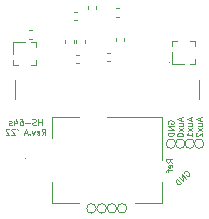
<source format=gbo>
%TF.GenerationSoftware,KiCad,Pcbnew,(6.0.0)*%
%TF.CreationDate,2022-01-25T07:30:51-08:00*%
%TF.ProjectId,headstage-64s,68656164-7374-4616-9765-2d3634732e6b,A*%
%TF.SameCoordinates,Original*%
%TF.FileFunction,Legend,Bot*%
%TF.FilePolarity,Positive*%
%FSLAX46Y46*%
G04 Gerber Fmt 4.6, Leading zero omitted, Abs format (unit mm)*
G04 Created by KiCad (PCBNEW (6.0.0)) date 2022-01-25 07:30:51*
%MOMM*%
%LPD*%
G01*
G04 APERTURE LIST*
%ADD10C,0.120000*%
%ADD11C,0.125000*%
%ADD12C,0.100000*%
G04 APERTURE END LIST*
D10*
X129300000Y-66600000D02*
G75*
G03*
X129300000Y-66600000I-400000J0D01*
G01*
X130100000Y-66600000D02*
G75*
G03*
X130100000Y-66600000I-400000J0D01*
G01*
X131700000Y-66600000D02*
G75*
G03*
X131700000Y-66600000I-400000J0D01*
G01*
X130900000Y-66600000D02*
G75*
G03*
X130900000Y-66600000I-400000J0D01*
G01*
D11*
X130583333Y-64414285D02*
X130583333Y-64652380D01*
X130726190Y-64366666D02*
X130226190Y-64533333D01*
X130726190Y-64700000D01*
X130392857Y-65080952D02*
X130726190Y-65080952D01*
X130392857Y-64866666D02*
X130654761Y-64866666D01*
X130702380Y-64890476D01*
X130726190Y-64938095D01*
X130726190Y-65009523D01*
X130702380Y-65057142D01*
X130678571Y-65080952D01*
X130726190Y-65271428D02*
X130392857Y-65533333D01*
X130392857Y-65271428D02*
X130726190Y-65533333D01*
X130726190Y-65985714D02*
X130726190Y-65700000D01*
X130726190Y-65842857D02*
X130226190Y-65842857D01*
X130297619Y-65795238D01*
X130345238Y-65747619D01*
X130369047Y-65700000D01*
X128650000Y-64903226D02*
X128626190Y-64855607D01*
X128626190Y-64784179D01*
X128650000Y-64712750D01*
X128697619Y-64665131D01*
X128745238Y-64641321D01*
X128840476Y-64617512D01*
X128911904Y-64617512D01*
X129007142Y-64641321D01*
X129054761Y-64665131D01*
X129102380Y-64712750D01*
X129126190Y-64784179D01*
X129126190Y-64831798D01*
X129102380Y-64903226D01*
X129078571Y-64927036D01*
X128911904Y-64927036D01*
X128911904Y-64831798D01*
X129126190Y-65141321D02*
X128626190Y-65141321D01*
X129126190Y-65427036D01*
X128626190Y-65427036D01*
X129126190Y-65665131D02*
X128626190Y-65665131D01*
X128626190Y-65784179D01*
X128650000Y-65855607D01*
X128697619Y-65903226D01*
X128745238Y-65927036D01*
X128840476Y-65950845D01*
X128911904Y-65950845D01*
X129007142Y-65927036D01*
X129054761Y-65903226D01*
X129102380Y-65855607D01*
X129126190Y-65784179D01*
X129126190Y-65665131D01*
X129992597Y-69053849D02*
X130009433Y-69003341D01*
X130059940Y-68952834D01*
X130127284Y-68919162D01*
X130194627Y-68919162D01*
X130245135Y-68935998D01*
X130329314Y-68986505D01*
X130379822Y-69037013D01*
X130430330Y-69121192D01*
X130447165Y-69171700D01*
X130447165Y-69239043D01*
X130413494Y-69306387D01*
X130379822Y-69340059D01*
X130312478Y-69373730D01*
X130278807Y-69373730D01*
X130160956Y-69255879D01*
X130228299Y-69188536D01*
X130160956Y-69558925D02*
X129807402Y-69205372D01*
X129958925Y-69760956D01*
X129605372Y-69407402D01*
X129790566Y-69929314D02*
X129437013Y-69575761D01*
X129352834Y-69659940D01*
X129319162Y-69727284D01*
X129319162Y-69794627D01*
X129335998Y-69845135D01*
X129386505Y-69929314D01*
X129437013Y-69979822D01*
X129521192Y-70030330D01*
X129571700Y-70047165D01*
X129639043Y-70047165D01*
X129706387Y-70013494D01*
X129790566Y-69929314D01*
X117969047Y-65023690D02*
X117969047Y-64523690D01*
X117969047Y-64761785D02*
X117683333Y-64761785D01*
X117683333Y-65023690D02*
X117683333Y-64523690D01*
X117469047Y-64999880D02*
X117397619Y-65023690D01*
X117278571Y-65023690D01*
X117230952Y-64999880D01*
X117207142Y-64976071D01*
X117183333Y-64928452D01*
X117183333Y-64880833D01*
X117207142Y-64833214D01*
X117230952Y-64809404D01*
X117278571Y-64785595D01*
X117373809Y-64761785D01*
X117421428Y-64737976D01*
X117445238Y-64714166D01*
X117469047Y-64666547D01*
X117469047Y-64618928D01*
X117445238Y-64571309D01*
X117421428Y-64547500D01*
X117373809Y-64523690D01*
X117254761Y-64523690D01*
X117183333Y-64547500D01*
X116969047Y-64833214D02*
X116588095Y-64833214D01*
X116135714Y-64523690D02*
X116230952Y-64523690D01*
X116278571Y-64547500D01*
X116302380Y-64571309D01*
X116350000Y-64642738D01*
X116373809Y-64737976D01*
X116373809Y-64928452D01*
X116350000Y-64976071D01*
X116326190Y-64999880D01*
X116278571Y-65023690D01*
X116183333Y-65023690D01*
X116135714Y-64999880D01*
X116111904Y-64976071D01*
X116088095Y-64928452D01*
X116088095Y-64809404D01*
X116111904Y-64761785D01*
X116135714Y-64737976D01*
X116183333Y-64714166D01*
X116278571Y-64714166D01*
X116326190Y-64737976D01*
X116350000Y-64761785D01*
X116373809Y-64809404D01*
X115659523Y-64690357D02*
X115659523Y-65023690D01*
X115778571Y-64499880D02*
X115897619Y-64857023D01*
X115588095Y-64857023D01*
X115421428Y-64999880D02*
X115373809Y-65023690D01*
X115278571Y-65023690D01*
X115230952Y-64999880D01*
X115207142Y-64952261D01*
X115207142Y-64928452D01*
X115230952Y-64880833D01*
X115278571Y-64857023D01*
X115350000Y-64857023D01*
X115397619Y-64833214D01*
X115421428Y-64785595D01*
X115421428Y-64761785D01*
X115397619Y-64714166D01*
X115350000Y-64690357D01*
X115278571Y-64690357D01*
X115230952Y-64714166D01*
X117969047Y-65828690D02*
X118135714Y-65590595D01*
X118254761Y-65828690D02*
X118254761Y-65328690D01*
X118064285Y-65328690D01*
X118016666Y-65352500D01*
X117992857Y-65376309D01*
X117969047Y-65423928D01*
X117969047Y-65495357D01*
X117992857Y-65542976D01*
X118016666Y-65566785D01*
X118064285Y-65590595D01*
X118254761Y-65590595D01*
X117564285Y-65804880D02*
X117611904Y-65828690D01*
X117707142Y-65828690D01*
X117754761Y-65804880D01*
X117778571Y-65757261D01*
X117778571Y-65566785D01*
X117754761Y-65519166D01*
X117707142Y-65495357D01*
X117611904Y-65495357D01*
X117564285Y-65519166D01*
X117540476Y-65566785D01*
X117540476Y-65614404D01*
X117778571Y-65662023D01*
X117373809Y-65495357D02*
X117254761Y-65828690D01*
X117135714Y-65495357D01*
X116945238Y-65781071D02*
X116921428Y-65804880D01*
X116945238Y-65828690D01*
X116969047Y-65804880D01*
X116945238Y-65781071D01*
X116945238Y-65828690D01*
X116730952Y-65685833D02*
X116492857Y-65685833D01*
X116778571Y-65828690D02*
X116611904Y-65328690D01*
X116445238Y-65828690D01*
X115873809Y-65328690D02*
X115921428Y-65423928D01*
X115683333Y-65376309D02*
X115659523Y-65352500D01*
X115611904Y-65328690D01*
X115492857Y-65328690D01*
X115445238Y-65352500D01*
X115421428Y-65376309D01*
X115397619Y-65423928D01*
X115397619Y-65471547D01*
X115421428Y-65542976D01*
X115707142Y-65828690D01*
X115397619Y-65828690D01*
X115207142Y-65376309D02*
X115183333Y-65352500D01*
X115135714Y-65328690D01*
X115016666Y-65328690D01*
X114969047Y-65352500D01*
X114945238Y-65376309D01*
X114921428Y-65423928D01*
X114921428Y-65471547D01*
X114945238Y-65542976D01*
X115230952Y-65828690D01*
X114921428Y-65828690D01*
X129026190Y-68197619D02*
X128788095Y-68030952D01*
X129026190Y-67911904D02*
X128526190Y-67911904D01*
X128526190Y-68102380D01*
X128550000Y-68150000D01*
X128573809Y-68173809D01*
X128621428Y-68197619D01*
X128692857Y-68197619D01*
X128740476Y-68173809D01*
X128764285Y-68150000D01*
X128788095Y-68102380D01*
X128788095Y-67911904D01*
X129002380Y-68602380D02*
X129026190Y-68554761D01*
X129026190Y-68459523D01*
X129002380Y-68411904D01*
X128954761Y-68388095D01*
X128764285Y-68388095D01*
X128716666Y-68411904D01*
X128692857Y-68459523D01*
X128692857Y-68554761D01*
X128716666Y-68602380D01*
X128764285Y-68626190D01*
X128811904Y-68626190D01*
X128859523Y-68388095D01*
X128692857Y-68769047D02*
X128692857Y-68959523D01*
X129026190Y-68840476D02*
X128597619Y-68840476D01*
X128550000Y-68864285D01*
X128526190Y-68911904D01*
X128526190Y-68959523D01*
X131383333Y-64414285D02*
X131383333Y-64652380D01*
X131526190Y-64366666D02*
X131026190Y-64533333D01*
X131526190Y-64700000D01*
X131192857Y-65080952D02*
X131526190Y-65080952D01*
X131192857Y-64866666D02*
X131454761Y-64866666D01*
X131502380Y-64890476D01*
X131526190Y-64938095D01*
X131526190Y-65009523D01*
X131502380Y-65057142D01*
X131478571Y-65080952D01*
X131526190Y-65271428D02*
X131192857Y-65533333D01*
X131192857Y-65271428D02*
X131526190Y-65533333D01*
X131073809Y-65700000D02*
X131050000Y-65723809D01*
X131026190Y-65771428D01*
X131026190Y-65890476D01*
X131050000Y-65938095D01*
X131073809Y-65961904D01*
X131121428Y-65985714D01*
X131169047Y-65985714D01*
X131240476Y-65961904D01*
X131526190Y-65676190D01*
X131526190Y-65985714D01*
X129783333Y-64414285D02*
X129783333Y-64652380D01*
X129926190Y-64366666D02*
X129426190Y-64533333D01*
X129926190Y-64700000D01*
X129592857Y-65080952D02*
X129926190Y-65080952D01*
X129592857Y-64866666D02*
X129854761Y-64866666D01*
X129902380Y-64890476D01*
X129926190Y-64938095D01*
X129926190Y-65009523D01*
X129902380Y-65057142D01*
X129878571Y-65080952D01*
X129926190Y-65271428D02*
X129592857Y-65533333D01*
X129592857Y-65271428D02*
X129926190Y-65533333D01*
X129426190Y-65819047D02*
X129426190Y-65866666D01*
X129450000Y-65914285D01*
X129473809Y-65938095D01*
X129521428Y-65961904D01*
X129616666Y-65985714D01*
X129735714Y-65985714D01*
X129830952Y-65961904D01*
X129878571Y-65938095D01*
X129902380Y-65914285D01*
X129926190Y-65866666D01*
X129926190Y-65819047D01*
X129902380Y-65771428D01*
X129878571Y-65747619D01*
X129830952Y-65723809D01*
X129735714Y-65700000D01*
X129616666Y-65700000D01*
X129521428Y-65723809D01*
X129473809Y-65747619D01*
X129450000Y-65771428D01*
X129426190Y-65819047D01*
D10*
%TO.C,U1*%
X128120000Y-64380000D02*
X128120000Y-68000000D01*
X121130000Y-64380000D02*
X118880000Y-64380000D01*
X118880000Y-64380000D02*
X118880000Y-66130000D01*
X118880000Y-71620000D02*
X118880000Y-69870000D01*
X121130000Y-64380000D02*
X118880000Y-64380000D01*
X125870000Y-71620000D02*
X128120000Y-71620000D01*
X118880000Y-64380000D02*
X118880000Y-66130000D01*
X121130000Y-71620000D02*
X118880000Y-71620000D01*
X118880000Y-64380000D02*
X118880000Y-66130000D01*
X123500000Y-64380000D02*
X128120000Y-64380000D01*
X128120000Y-71620000D02*
X128120000Y-69870000D01*
X121130000Y-64380000D02*
X118880000Y-64380000D01*
%TO.C,TP3*%
X124308332Y-72075000D02*
G75*
G03*
X124308332Y-72075000I-400000J0D01*
G01*
%TO.C,C52*%
X122585000Y-55157836D02*
X122585000Y-54942164D01*
X121865000Y-55157836D02*
X121865000Y-54942164D01*
%TO.C,C54*%
X121107836Y-59050000D02*
X120892164Y-59050000D01*
X121107836Y-59770000D02*
X120892164Y-59770000D01*
%TO.C,U2*%
X117470000Y-59545000D02*
X117470000Y-59970000D01*
X117470000Y-58455000D02*
X117470000Y-58030000D01*
X115530000Y-58100000D02*
X115530000Y-58525000D01*
X115530000Y-59970000D02*
X115955000Y-59970000D01*
X115530000Y-59545000D02*
X115530000Y-59970000D01*
X117470000Y-58030000D02*
X117045000Y-58030000D01*
X116525000Y-58030000D02*
X115530000Y-58030000D01*
X115530000Y-59545000D02*
X115530000Y-59970000D01*
X115530000Y-58030000D02*
X115530000Y-58525000D01*
X115530000Y-58100000D02*
X115530000Y-59000000D01*
X117470000Y-59970000D02*
X117045000Y-59970000D01*
X115530000Y-59545000D02*
X115530000Y-59970000D01*
X115530000Y-59970000D02*
X115955000Y-59970000D01*
X115530000Y-59970000D02*
X115955000Y-59970000D01*
%TO.C,U11*%
D12*
X128800000Y-59700000D02*
G75*
G03*
X128800000Y-59700000I-50000J0D01*
G01*
D10*
%TO.C,C55*%
X124272164Y-55860000D02*
X124487836Y-55860000D01*
X124272164Y-55140000D02*
X124487836Y-55140000D01*
%TO.C,C23*%
X116892164Y-57710000D02*
X117107836Y-57710000D01*
X116892164Y-56990000D02*
X117107836Y-56990000D01*
%TO.C,C57*%
X119940000Y-57842164D02*
X119940000Y-58057836D01*
X120660000Y-57842164D02*
X120660000Y-58057836D01*
%TO.C,TP5*%
X125175000Y-72075000D02*
G75*
G03*
X125175000Y-72075000I-400000J0D01*
G01*
%TO.C,C51*%
X120890000Y-57842164D02*
X120890000Y-58057836D01*
X121610000Y-57842164D02*
X121610000Y-58057836D01*
%TO.C,C56*%
X120957836Y-55440000D02*
X120742164Y-55440000D01*
X120957836Y-56160000D02*
X120742164Y-56160000D01*
%TO.C,TP1*%
X123441666Y-72075000D02*
G75*
G03*
X123441666Y-72075000I-400000J0D01*
G01*
%TO.C,U6*%
X130545000Y-57880000D02*
X130970000Y-57880000D01*
X129455000Y-57880000D02*
X129030000Y-57880000D01*
X129100000Y-59820000D02*
X129525000Y-59820000D01*
X130970000Y-59820000D02*
X130970000Y-59395000D01*
X130545000Y-59820000D02*
X130970000Y-59820000D01*
X129030000Y-57880000D02*
X129030000Y-58305000D01*
X129030000Y-58825000D02*
X129030000Y-59820000D01*
X130545000Y-59820000D02*
X130970000Y-59820000D01*
X129030000Y-59820000D02*
X129525000Y-59820000D01*
X129100000Y-59820000D02*
X130000000Y-59820000D01*
X130970000Y-57880000D02*
X130970000Y-58305000D01*
X130545000Y-59820000D02*
X130970000Y-59820000D01*
X130970000Y-59820000D02*
X130970000Y-59395000D01*
X130970000Y-59820000D02*
X130970000Y-59395000D01*
%TO.C,C53*%
X123492164Y-59610000D02*
X123707836Y-59610000D01*
X123492164Y-58890000D02*
X123707836Y-58890000D01*
%TO.C,C50*%
X124230000Y-57652164D02*
X124230000Y-57867836D01*
X124950000Y-57652164D02*
X124950000Y-57867836D01*
%TO.C,U13*%
X116590883Y-67850000D02*
X116590883Y-67850000D01*
D12*
%TO.C,J2*%
X131300000Y-62800000D02*
X131300000Y-61200000D01*
X115700000Y-62800000D02*
X115700000Y-61200000D01*
D10*
%TO.C,TP10*%
X122575000Y-72075000D02*
G75*
G03*
X122575000Y-72075000I-400000J0D01*
G01*
%TD*%
M02*

</source>
